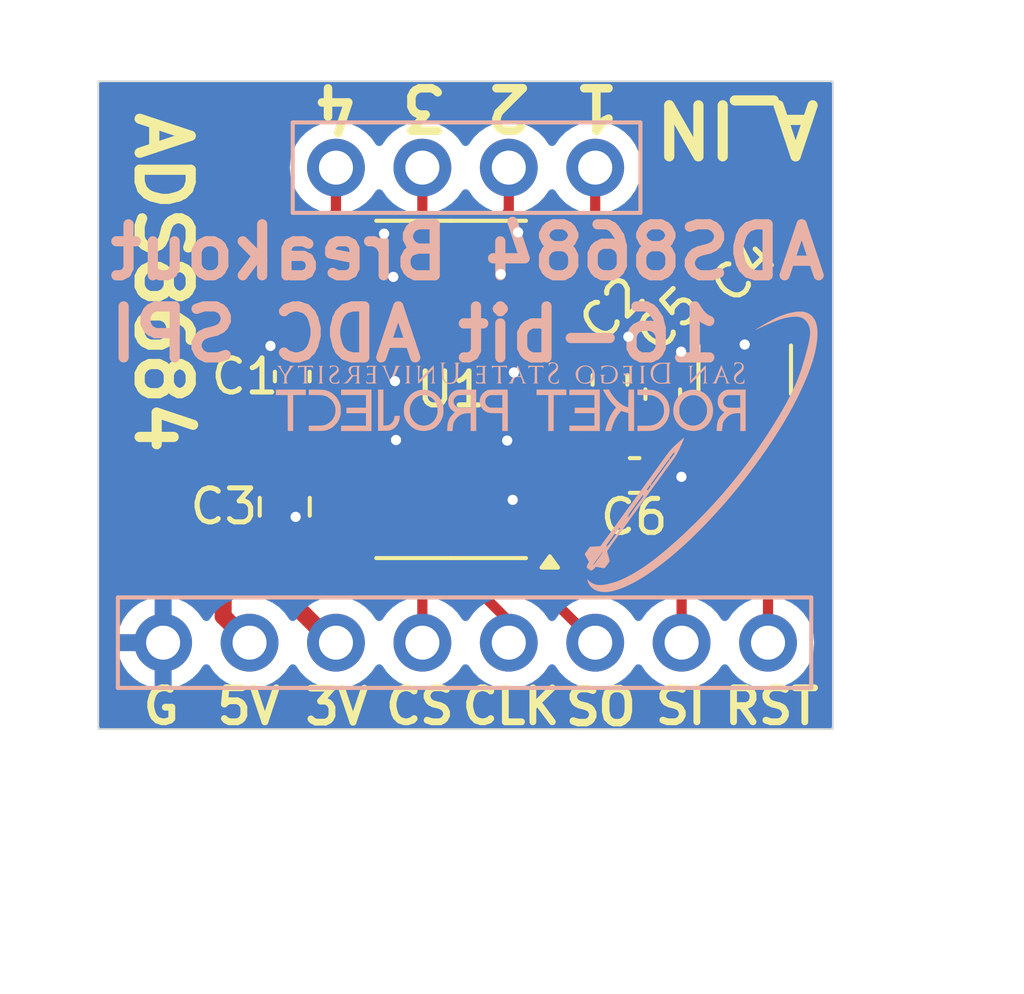
<source format=kicad_pcb>
(kicad_pcb (version 20240108) (generator "pcbnew") (generator_version "8.0")
  (layers (0 "F.Cu" signal) (31 "B.Cu" power) (34 "B.Paste" user) (35 "F.Paste" user) (36 "B.SilkS" user "B.Silkscreen") (37 "F.SilkS" user "F.Silkscreen") (38 "B.Mask" user) (39 "F.Mask" user) (44 "Edge.Cuts" user))
  (net 0 "")
  (net 1 "+5V")
  (net 2 "GND")
  (net 3 "+3.3V")
  (net 4 "Net-(U1-REFCAP)")
  (net 5 "Net-(U1-REFIO)")
  (net 6 "AN_IN_2")
  (net 7 "AN_IN_3")
  (net 8 "AN_IN_0")
  (net 9 "AN_IN_1")
  (net 10 "ADC_RST")
  (net 11 "MISO")
  (net 12 "MOSI")
  (net 13 "ADC_CS")
  (net 14 "CLK")
  (footprint "Capacitor_SMD:C_0603_1608Metric" (layer "F.Cu") (at 41.99 34.6025 -90)
    (property "Reference" "C5" (at -2.2 -0.17 45) (layer "F.SilkS"))
    (property "Value" "1uF")
    (pad "1" smd roundrect (at -0.775 0 270) (size 0.9 0.95) (layers "F.Cu" "F.Paste" "F.Mask") (net 2 "GND"))
    (pad "2" smd roundrect (at 0.775 0 270) (size 0.9 0.95) (layers "F.Cu" "F.Paste" "F.Mask") (net 4 "Net-(U1-REFCAP)"))
  )
  (footprint "Capacitor_SMD:C_0603_1608Metric" (layer "F.Cu") (at 31.1 34.0825 -90)
    (property "Reference" "C1" (at 0 1.39 180) (layer "F.SilkS"))
    (property "Value" "1uF")
    (pad "1" smd roundrect (at -0.775 0 270) (size 0.9 0.95) (layers "F.Cu" "F.Paste" "F.Mask") (net 2 "GND"))
    (pad "2" smd roundrect (at 0.775 0 270) (size 0.9 0.95) (layers "F.Cu" "F.Paste" "F.Mask") (net 1 "+5V"))
  )
  (footprint "Capacitor_SMD:C_0603_1608Metric" (layer "F.Cu") (at 40.44 34.1825 -90)
    (property "Reference" "C2" (at -2.08 -0.07 45) (layer "F.SilkS"))
    (property "Value" "1uF")
    (pad "1" smd roundrect (at -0.775 0 270) (size 0.9 0.95) (layers "F.Cu" "F.Paste" "F.Mask") (net 2 "GND"))
    (pad "2" smd roundrect (at 0.775 0 270) (size 0.9 0.95) (layers "F.Cu" "F.Paste" "F.Mask") (net 1 "+5V"))
  )
  (footprint "Capacitor_SMD:C_1210_3225Metric" (layer "F.Cu") (at 44.4 33.8825 -90)
    (property "Reference" "C4" (at -2.91 0.03 45) (layer "F.SilkS"))
    (property "Value" "22uF")
    (pad "1" smd roundrect (at -1.475001 0 270) (size 1.15 2.7) (layers "F.Cu" "F.Paste" "F.Mask") (roundrect_rratio 0.217391) (net 2 "GND"))
    (pad "2" smd roundrect (at 1.475001 0 270) (size 1.15 2.7) (layers "F.Cu" "F.Paste" "F.Mask") (roundrect_rratio 0.217391) (net 4 "Net-(U1-REFCAP)"))
  )
  (footprint "Package_SO:TSSOP-38_4.4x9.7mm_P0.5mm" (layer "F.Cu") (at 35.77 34.4625 180)
    (property "Reference" "U1" (at 0 0 0) (layer "F.SilkS"))
    (property "Value" "ADS8684")
    (pad "1" smd roundrect (at -2.8625 -4.5 180) (size 1.475 0.3) (layers "F.Cu" "F.Paste" "F.Mask") (net 12 "MOSI"))
    (pad "2" smd roundrect (at -2.8625 -4 180) (size 1.475 0.3) (layers "F.Cu" "F.Paste" "F.Mask") (net 10 "ADC_RST"))
    (pad "3" smd roundrect (at -2.8625 -3.5 180) (size 1.475 0.3) (layers "F.Cu" "F.Paste" "F.Mask") (net 2 "GND"))
    (pad "4" smd roundrect (at -2.8625 -3 180) (size 1.475 0.3) (layers "F.Cu" "F.Paste" "F.Mask") (net 2 "GND"))
    (pad "5" smd roundrect (at -2.8625 -2.5 180) (size 1.475 0.3) (layers "F.Cu" "F.Paste" "F.Mask") (net 5 "Net-(U1-REFIO)"))
    (pad "6" smd roundrect (at -2.8625 -2 180) (size 1.475 0.3) (layers "F.Cu" "F.Paste" "F.Mask") (net 2 "GND"))
    (pad "7" smd roundrect (at -2.8625 -1.5 180) (size 1.475 0.3) (layers "F.Cu" "F.Paste" "F.Mask") (net 4 "Net-(U1-REFCAP)"))
    (pad "8" smd roundrect (at -2.8625 -1 180) (size 1.475 0.3) (layers "F.Cu" "F.Paste" "F.Mask") (net 2 "GND"))
    (pad "9" smd roundrect (at -2.8625 -0.5 180) (size 1.475 0.3) (layers "F.Cu" "F.Paste" "F.Mask") (net 1 "+5V"))
    (pad "10" smd roundrect (at -2.8625 0 180) (size 1.475 0.3) (layers "F.Cu" "F.Paste" "F.Mask"))
    (pad "11" smd roundrect (at -2.8625 0.5 180) (size 1.475 0.3) (layers "F.Cu" "F.Paste" "F.Mask") (net 2 "GND"))
    (pad "12" smd roundrect (at -2.8625 1 180) (size 1.475 0.3) (layers "F.Cu" "F.Paste" "F.Mask"))
    (pad "13" smd roundrect (at -2.8625 1.5 180) (size 1.475 0.3) (layers "F.Cu" "F.Paste" "F.Mask"))
    (pad "14" smd roundrect (at -2.8625 2 180) (size 1.475 0.3) (layers "F.Cu" "F.Paste" "F.Mask"))
    (pad "15" smd roundrect (at -2.8625 2.5 180) (size 1.475 0.3) (layers "F.Cu" "F.Paste" "F.Mask"))
    (pad "16" smd roundrect (at -2.8625 3 180) (size 1.475 0.3) (layers "F.Cu" "F.Paste" "F.Mask") (net 8 "AN_IN_0"))
    (pad "17" smd roundrect (at -2.8625 3.5 180) (size 1.475 0.3) (layers "F.Cu" "F.Paste" "F.Mask") (net 2 "GND"))
    (pad "18" smd roundrect (at -2.8625 4 180) (size 1.475 0.3) (layers "F.Cu" "F.Paste" "F.Mask") (net 9 "AN_IN_1"))
    (pad "19" smd roundrect (at -2.8625 4.5 180) (size 1.475 0.3) (layers "F.Cu" "F.Paste" "F.Mask") (net 2 "GND"))
    (pad "20" smd roundrect (at 2.8625 4.5 180) (size 1.475 0.3) (layers "F.Cu" "F.Paste" "F.Mask") (net 2 "GND"))
    (pad "21" smd roundrect (at 2.8625 4 180) (size 1.475 0.3) (layers "F.Cu" "F.Paste" "F.Mask") (net 6 "AN_IN_2"))
    (pad "22" smd roundrect (at 2.8625 3.5 180) (size 1.475 0.3) (layers "F.Cu" "F.Paste" "F.Mask") (net 2 "GND"))
    (pad "23" smd roundrect (at 2.8625 3 180) (size 1.475 0.3) (layers "F.Cu" "F.Paste" "F.Mask") (net 7 "AN_IN_3"))
    (pad "24" smd roundrect (at 2.8625 2.5 180) (size 1.475 0.3) (layers "F.Cu" "F.Paste" "F.Mask"))
    (pad "25" smd roundrect (at 2.8625 2 180) (size 1.475 0.3) (layers "F.Cu" "F.Paste" "F.Mask"))
    (pad "26" smd roundrect (at 2.8625 1.5 180) (size 1.475 0.3) (layers "F.Cu" "F.Paste" "F.Mask"))
    (pad "27" smd roundrect (at 2.8625 1 180) (size 1.475 0.3) (layers "F.Cu" "F.Paste" "F.Mask"))
    (pad "28" smd roundrect (at 2.8625 0.5 180) (size 1.475 0.3) (layers "F.Cu" "F.Paste" "F.Mask") (net 2 "GND"))
    (pad "29" smd roundrect (at 2.8625 0 180) (size 1.475 0.3) (layers "F.Cu" "F.Paste" "F.Mask") (net 2 "GND"))
    (pad "30" smd roundrect (at 2.8625 -0.5 180) (size 1.475 0.3) (layers "F.Cu" "F.Paste" "F.Mask") (net 1 "+5V"))
    (pad "31" smd roundrect (at 2.8625 -1 180) (size 1.475 0.3) (layers "F.Cu" "F.Paste" "F.Mask") (net 2 "GND"))
    (pad "32" smd roundrect (at 2.8625 -1.5 180) (size 1.475 0.3) (layers "F.Cu" "F.Paste" "F.Mask") (net 2 "GND"))
    (pad "33" smd roundrect (at 2.8625 -2 180) (size 1.475 0.3) (layers "F.Cu" "F.Paste" "F.Mask") (net 2 "GND"))
    (pad "34" smd roundrect (at 2.8625 -2.5 180) (size 1.475 0.3) (layers "F.Cu" "F.Paste" "F.Mask") (net 3 "+3.3V"))
    (pad "35" smd roundrect (at 2.8625 -3 180) (size 1.475 0.3) (layers "F.Cu" "F.Paste" "F.Mask"))
    (pad "36" smd roundrect (at 2.8625 -3.5 180) (size 1.475 0.3) (layers "F.Cu" "F.Paste" "F.Mask") (net 11 "MISO"))
    (pad "37" smd roundrect (at 2.8625 -4 180) (size 1.475 0.3) (layers "F.Cu" "F.Paste" "F.Mask") (net 14 "CLK"))
    (pad "38" smd roundrect (at 2.8625 -4.5 180) (size 1.475 0.3) (layers "F.Cu" "F.Paste" "F.Mask") (net 13 "ADC_CS"))
  )
  (footprint "Capacitor_SMD:C_0603_1608Metric" (layer "F.Cu") (at 41.165 36.9925)
    (property "Reference" "C6" (at -0.015 1.22 0) (layer "F.SilkS"))
    (property "Value" "10uF")
    (pad "1" smd roundrect (at -0.775 0) (size 0.9 0.95) (layers "F.Cu" "F.Paste" "F.Mask") (net 5 "Net-(U1-REFIO)"))
    (pad "2" smd roundrect (at 0.775 0) (size 0.9 0.95) (layers "F.Cu" "F.Paste" "F.Mask") (net 2 "GND"))
  )
  (footprint "Capacitor_SMD:C_0805_2012Metric" (layer "F.Cu") (at 30.88 37.912499 90)
    (property "Reference" "C3" (at 0.009999 -1.79 180) (layer "F.SilkS"))
    (property "Value" "10uF")
    (pad "1" smd roundrect (at -0.949999 0 90) (size 1 1.45) (layers "F.Cu" "F.Paste" "F.Mask") (net 2 "GND"))
    (pad "2" smd roundrect (at 0.949999 0 90) (size 1 1.45) (layers "F.Cu" "F.Paste" "F.Mask") (net 3 "+3.3V"))
  )
  (footprint "LOGO:RP_Logo" (layer "B.Cu") (at 38.58 36.3 180)
    (property "Reference" "G***" (hide yes))
    (property "Value" "LOGO" (hide yes))
  )
  (footprint "Connector_PinHeader_2.54mm:PinHeader_1x08_P2.54mm_Vertical" (layer "B.Cu") (at 36.195 41.91 90)
    (property "Reference" "J2" (hide yes))
    (property "Value" "IO_PINS")
    (pad "1" thru_hole circle (at 0 8.89 90) (size 1.7 1.7) (drill 1) (layers "*.Cu" "*.Mask") (net 10 "ADC_RST"))
    (pad "2" thru_hole oval (at 0 6.35 90) (size 1.7 1.7) (drill 1) (layers "*.Cu" "*.Mask") (net 12 "MOSI"))
    (pad "3" thru_hole oval (at 0 3.810001 90) (size 1.7 1.7) (drill 1) (layers "*.Cu" "*.Mask") (net 11 "MISO"))
    (pad "4" thru_hole oval (at 0 1.27 90) (size 1.7 1.7) (drill 1) (layers "*.Cu" "*.Mask") (net 14 "CLK"))
    (pad "5" thru_hole oval (at 0 -1.27 90) (size 1.7 1.7) (drill 1) (layers "*.Cu" "*.Mask") (net 13 "ADC_CS"))
    (pad "6" thru_hole oval (at 0 -3.81 90) (size 1.7 1.7) (drill 1) (layers "*.Cu" "*.Mask") (net 3 "+3.3V"))
    (pad "7" thru_hole oval (at 0 -6.35 90) (size 1.7 1.7) (drill 1) (layers "*.Cu" "*.Mask") (net 1 "+5V"))
    (pad "8" thru_hole oval (at 0 -8.890001 90) (size 1.7 1.7) (drill 1) (layers "*.Cu" "*.Mask") (net 2 "GND"))
  )
  (footprint "Connector_PinHeader_2.54mm:PinHeader_1x04_P2.54mm_Vertical" (layer "B.Cu") (at 36.195 27.94 -90)
    (property "Reference" "J1" (hide yes))
    (property "Value" "AN_IN")
    (pad "1" thru_hole circle (at 0 3.81 270) (size 1.7 1.7) (drill 1) (layers "*.Cu" "*.Mask") (net 7 "AN_IN_3"))
    (pad "2" thru_hole oval (at 0 1.270001 270) (size 1.7 1.7) (drill 1) (layers "*.Cu" "*.Mask") (net 6 "AN_IN_2"))
    (pad "3" thru_hole oval (at 0 -1.269999 270) (size 1.7 1.7) (drill 1) (layers "*.Cu" "*.Mask") (net 9 "AN_IN_1"))
    (pad "4" thru_hole oval (at 0 -3.81 270) (size 1.7 1.7) (drill 1) (layers "*.Cu" "*.Mask") (net 8 "AN_IN_0"))
  )
  (gr_rect (start 25.4 25.4) (end 46.99 44.45) (stroke (width 0.05)) (fill none) (layer "Edge.Cuts"))
  (gr_text "ADS8684 Breakout\n16-bit ADC SPI" (at 25.59 33.72 0) (layer "B.SilkS") (effects (font (size 1.5 1.5) (thickness 0.3) (bold yes)) (justify right bottom mirror)))
  (gr_text "RST" (at 45.19 44.37 0) (layer "F.SilkS") (effects (font (size 1 1) (thickness 0.2) (bold yes)) (justify bottom)))
  (gr_text "G" (at 27.25 44.37 0) (layer "F.SilkS") (effects (font (size 1 1) (thickness 0.2) (bold yes)) (justify bottom)))
  (gr_text "SO" (at 40.170473 44.3949 0) (layer "F.SilkS") (effects (font (size 1 1) (thickness 0.22) (bold yes)) (justify bottom)))
  (gr_text "5V" (at 29.82 44.37 0) (layer "F.SilkS") (effects (font (size 1 1) (thickness 0.2) (bold yes)) (justify bottom)))
  (gr_text "4" (at 32.39 25.44 180) (layer "F.SilkS") (effects (font (size 1.25 1.25) (thickness 0.25) (bold yes)) (justify bottom)))
  (gr_text "ADS8684" (at 26.416 26.162 -90) (layer "F.SilkS") (effects (font (size 1.5 1.5) (thickness 0.3) (bold yes)) (justify left bottom)))
  (gr_text "A_IN" (at 46.736 25.908 180) (layer "F.SilkS") (effects (font (size 1.5 1.5) (thickness 0.3) (bold yes)) (justify left bottom)))
  (gr_text "3" (at 34.96 25.44 180) (layer "F.SilkS") (effects (font (size 1.25 1.25) (thickness 0.25) (bold yes)) (justify bottom)))
  (gr_text "SI" (at 42.516662 44.37 0) (layer "F.SilkS") (effects (font (size 1 1) (thickness 0.2) (bold yes)) (justify bottom)))
  (gr_text "3V" (at 32.41 44.38 0) (layer "F.SilkS") (effects (font (size 1 1) (thickness 0.2) (bold yes)) (justify bottom)))
  (gr_text "1" (at 40.04 25.44 180) (layer "F.SilkS") (effects (font (size 1.25 1.25) (thickness 0.25) (bold yes)) (justify bottom)))
  (gr_text "CLK" (at 37.53 44.37 0) (layer "F.SilkS") (effects (font (size 1 1) (thickness 0.2) (bold yes)) (justify bottom)))
  (gr_text "CS" (at 34.85 44.37 0) (layer "F.SilkS") (effects (font (size 1 1) (thickness 0.2) (bold yes)) (justify bottom)))
  (gr_text "2" (at 37.46 25.44 180) (layer "F.SilkS") (effects (font (size 1.25 1.25) (thickness 0.25) (bold yes)) (justify bottom)))
  (segment (start 32.9075 34.9625) (end 40.435 34.9625) (width 0.3) (layer "F.Cu") (net 1))
  (segment (start 31.1 34.8575) (end 31.205 34.9625) (width 0.3) (layer "F.Cu") (net 1))
  (segment (start 29.07 36.35) (end 30.5625 34.8575) (width 0.5) (layer "F.Cu") (net 1))
  (segment (start 31.205 34.9625) (end 32.9075 34.9625) (width 0.3) (layer "F.Cu") (net 1))
  (segment (start 40.435 34.9625) (end 40.44 34.9575) (width 0.3) (layer "F.Cu") (net 1))
  (segment (start 30.5625 34.8575) (end 31.1 34.8575) (width 0.5) (layer "F.Cu") (net 1))
  (segment (start 29.845 41.91) (end 29.07 41.135) (width 0.5) (layer "F.Cu") (net 1))
  (segment (start 29.07 41.135) (end 29.07 36.35) (width 0.5) (layer "F.Cu") (net 1))
  (segment (start 34.15 35.95) (end 34.1375 35.9625) (width 0.3) (layer "F.Cu") (net 2))
  (segment (start 37.618 36.166628) (end 37.618 36.185382) (width 0.3) (layer "F.Cu") (net 2))
  (segment (start 37.23 31.0725) (end 37.34 30.9625) (width 0.3) (layer "F.Cu") (net 2))
  (segment (start 38.6325 33.9625) (end 37.616027 33.9625) (width 0.3) (layer "F.Cu") (net 2))
  (segment (start 37.86 29.9625) (end 37.74 29.8425) (width 0.3) (layer "F.Cu") (net 2))
  (segment (start 42.5 36.9925) (end 42.54 37.0325) (width 0.5) (layer "F.Cu") (net 2))
  (segment (start 41.99 33.8275) (end 42.055 33.8275) (width 0.5) (layer "F.Cu") (net 2))
  (segment (start 37.8325 37.9625) (end 38.6325 37.9625) (width 0.3) (layer "F.Cu") (net 2))
  (segment (start 37.34 30.9625) (end 38.6325 30.9625) (width 0.3) (layer "F.Cu") (net 2))
  (segment (start 34.070813 31.152111) (end 33.881202 30.9625) (width 0.3) (layer "F.Cu") (net 2))
  (segment (start 34.15 35.95) (end 33.6625 35.4625) (width 0.3) (layer "F.Cu") (net 2))
  (segment (start 33.8775 34.4625) (end 34.12 34.22) (width 0.3) (layer "F.Cu") (net 2))
  (segment (start 33.6625 35.4625) (end 32.9075 35.4625) (width 0.3) (layer "F.Cu") (net 2))
  (segment (start 40.485 33.4075) (end 40.98 32.9125) (width 0.5) (layer "F.Cu") (net 2))
  (segment (start 33.8625 33.9625) (end 34.12 34.22) (width 0.3) (layer "F.Cu") (net 2))
  (segment (start 33.72 29.9625) (end 33.8 29.8825) (width 0.3) (layer "F.Cu") (net 2))
  (segment (start 31.2 38.542498) (end 30.88 38.862498) (width 0.5) (layer "F.Cu") (net 2))
  (segment (start 38.6325 29.9625) (end 37.86 29.9625) (width 0.3) (layer "F.Cu") (net 2))
  (segment (start 31.2 38.21) (end 31.2 38.542498) (width 0.5) (layer "F.Cu") (net 2))
  (segment (start 44.4 32.407499) (end 44.4 33.1425) (width 0.5) (layer "F.Cu") (net 2))
  (segment (start 34.1375 35.9625) (end 32.9075 35.9625) (width 0.3) (layer "F.Cu") (net 2))
  (segment (start 33.6375 36.4625) (end 32.9075 36.4625) (width 0.3) (layer "F.Cu") (net 2))
  (segment (start 32.9075 33.9625) (end 33.8625 33.9625) (width 0.3) (layer "F.Cu") (net 2))
  (segment (start 37.895118 36.4625) (end 38.6325 36.4625) (width 0.3) (layer "F.Cu") (net 2))
  (segment (start 32.9075 29.9625) (end 33.72 29.9625) (width 0.3) (layer "F.Cu") (net 2))
  (segment (start 33.881202 30.9625) (end 32.9075 30.9625) (width 0.3) (layer "F.Cu") (net 2))
  (segment (start 40.44 33.4075) (end 40.485 33.4075) (width 0.5) (layer "F.Cu") (net 2))
  (segment (start 37.616027 33.9625) (end 37.616026 33.962501) (width 0.3) (layer "F.Cu") (net 2))
  (segment (start 37.618 35.76663) (end 37.618 35.739618) (width 0.3) (layer "F.Cu") (net 2))
  (segment (start 30.585 33.3075) (end 30.46 33.1825) (width 0.5) (layer "F.Cu") (net 2))
  (segment (start 37.618 36.185382) (end 37.895118 36.4625) (width 0.3) (layer "F.Cu") (net 2))
  (segment (start 37.418001 35.966629) (end 37.618 36.166628) (width 0.3) (layer "F.Cu") (net 2))
  (segment (start 37.418001 35.966629) (end 37.618 35.76663) (width 0.3) (layer "F.Cu") (net 2))
  (segment (start 34.15 35.95) (end 33.6375 36.4625) (width 0.3) (layer "F.Cu") (net 2))
  (segment (start 37.895118 35.4625) (end 38.6325 35.4625) (width 0.3) (layer "F.Cu") (net 2))
  (segment (start 37.618 35.739618) (end 37.895118 35.4625) (width 0.3) (layer "F.Cu") (net 2))
  (segment (start 31.1 33.3075) (end 30.585 33.3075) (width 0.5) (layer "F.Cu") (net 2))
  (segment (start 37.58 37.71) (end 37.8325 37.9625) (width 0.3) (layer "F.Cu") (net 2))
  (segment (start 37.8275 37.4625) (end 38.6325 37.4625) (width 0.3) (layer "F.Cu") (net 2))
  (segment (start 42.055 33.8275) (end 42.53 33.3525) (width 0.5) (layer "F.Cu") (net 2))
  (segment (start 41.94 36.9925) (end 42.5 36.9925) (width 0.5) (layer "F.Cu") (net 2))
  (segment (start 32.9075 34.4625) (end 33.8775 34.4625) (width 0.3) (layer "F.Cu") (net 2))
  (segment (start 37.58 37.71) (end 37.8275 37.4625) (width 0.3) (layer "F.Cu") (net 2))
  (via (at 44.4 33.1425) (size 0.7) (drill 0.3) (layers "F.Cu" "B.Cu") (net 2))
  (via (at 37.23 31.0725) (size 0.7) (drill 0.3) (layers "F.Cu" "B.Cu") (net 2))
  (via (at 30.46 33.1825) (size 0.7) (drill 0.3) (layers "F.Cu" "B.Cu") (net 2))
  (via (at 42.54 37.0325) (size 0.7) (drill 0.3) (layers "F.Cu" "B.Cu") (net 2))
  (via (at 37.616026 33.962501) (size 0.7) (drill 0.3) (layers "F.Cu" "B.Cu") (net 2))
  (via (at 37.418001 35.966629) (size 0.7) (drill 0.3) (layers "F.Cu" "B.Cu") (net 2))
  (via (at 37.58 37.71) (size 0.7) (drill 0.3) (layers "F.Cu" "B.Cu") (net 2))
  (via (at 34.15 35.95) (size 0.7) (drill 0.3) (layers "F.Cu" "B.Cu") (net 2))
  (via (at 34.070813 31.152111) (size 0.7) (drill 0.3) (layers "F.Cu" "B.Cu") (net 2))
  (via (at 37.74 29.8425) (size 0.7) (drill 0.3) (layers "F.Cu" "B.Cu") (net 2))
  (via (at 33.8 29.8825) (size 0.7) (drill 0.3) (layers "F.Cu" "B.Cu") (net 2))
  (via (at 34.12 34.22) (size 0.7) (drill 0.3) (layers "F.Cu" "B.Cu") (net 2))
  (via (at 42.53 33.3525) (size 0.7) (drill 0.3) (layers "F.Cu" "B.Cu") (net 2))
  (via (at 31.2 38.21) (size 0.7) (drill 0.3) (layers "F.Cu" "B.Cu") (net 2))
  (via (at 40.98 32.9125) (size 0.7) (drill 0.3) (layers "F.Cu" "B.Cu") (net 2))
  (segment (start 29.778 39.418634) (end 29.778 38.0645) (width 0.5) (layer "F.Cu") (net 3))
  (segment (start 32.9075 36.9625) (end 30.88 36.9625) (width 0.3) (layer "F.Cu") (net 3))
  (segment (start 32.28 41.91) (end 30.6195 40.2495) (width 0.5) (layer "F.Cu") (net 3))
  (segment (start 30.6195 40.2495) (end 30.608866 40.2495) (width 0.5) (layer "F.Cu") (net 3))
  (segment (start 30.608866 40.2495) (end 29.778 39.418634) (width 0.5) (layer "F.Cu") (net 3))
  (segment (start 29.778 38.0645) (end 30.88 36.9625) (width 0.5) (layer "F.Cu") (net 3))
  (segment (start 32.385 41.91) (end 32.28 41.91) (width 0.5) (layer "F.Cu") (net 3))
  (segment (start 42.009999 35.357501) (end 41.99 35.3775) (width 0.5) (layer "F.Cu") (net 4))
  (segment (start 44.4 35.357501) (end 42.009999 35.357501) (width 0.5) (layer "F.Cu") (net 4))
  (segment (start 38.6325 35.9625) (end 41.405 35.9625) (width 0.3) (layer "F.Cu") (net 4))
  (segment (start 41.405 35.9625) (end 41.99 35.3775) (width 0.3) (layer "F.Cu") (net 4))
  (segment (start 40.39 36.9925) (end 38.6625 36.9925) (width 0.3) (layer "F.Cu") (net 5))
  (segment (start 38.6625 36.9925) (end 38.6325 36.9625) (width 0.3) (layer "F.Cu") (net 5))
  (segment (start 34.059712 30.5095) (end 34.924999 29.644213) (width 0.3) (layer "F.Cu") (net 6))
  (segment (start 32.9075 30.4625) (end 32.9545 30.5095) (width 0.3) (layer "F.Cu") (net 6))
  (segment (start 34.924999 29.644213) (end 34.924999 27.94) (width 0.3) (layer "F.Cu") (net 6))
  (segment (start 32.9545 30.5095) (end 34.059712 30.5095) (width 0.3) (layer "F.Cu") (net 6))
  (segment (start 32.385 29.247618) (end 32.385 27.94) (width 0.3) (layer "F.Cu") (net 7))
  (segment (start 31.893 29.739618) (end 32.385 29.247618) (width 0.3) (layer "F.Cu") (net 7))
  (segment (start 31.893 31.185382) (end 31.893 29.739618) (width 0.3) (layer "F.Cu") (net 7))
  (segment (start 32.170118 31.4625) (end 31.893 31.185382) (width 0.3) (layer "F.Cu") (net 7))
  (segment (start 32.9075 31.4625) (end 32.170118 31.4625) (width 0.3) (layer "F.Cu") (net 7))
  (segment (start 40.005 30.827382) (end 39.369882 31.4625) (width 0.3) (layer "F.Cu") (net 8))
  (segment (start 40.005 27.94) (end 40.005 30.827382) (width 0.3) (layer "F.Cu") (net 8))
  (segment (start 39.369882 31.4625) (end 38.6325 31.4625) (width 0.3) (layer "F.Cu") (net 8))
  (segment (start 37.113 30.102212) (end 37.113 29.582788) (width 0.3) (layer "F.Cu") (net 9))
  (segment (start 37.480288 30.4695) (end 37.113 30.102212) (width 0.3) (layer "F.Cu") (net 9))
  (segment (start 37.464999 29.230789) (end 37.464999 27.94) (width 0.3) (layer "F.Cu") (net 9))
  (segment (start 37.113 29.582788) (end 37.464999 29.230789) (width 0.3) (layer "F.Cu") (net 9))
  (segment (start 38.6255 30.4695) (end 37.480288 30.4695) (width 0.3) (layer "F.Cu") (net 9))
  (segment (start 38.6325 30.4625) (end 38.6255 30.4695) (width 0.3) (layer "F.Cu") (net 9))
  (segment (start 45.085 40.259) (end 45.085 41.91) (width 0.3) (layer "F.Cu") (net 10))
  (segment (start 43.2885 38.4625) (end 45.085 40.259) (width 0.3) (layer "F.Cu") (net 10))
  (segment (start 38.6325 38.4625) (end 43.2885 38.4625) (width 0.3) (layer "F.Cu") (net 10))
  (segment (start 36.057501 37.9625) (end 32.9075 37.9625) (width 0.3) (layer "F.Cu") (net 11))
  (segment (start 40.005001 41.91) (end 36.057501 37.9625) (width 0.3) (layer "F.Cu") (net 11))
  (segment (start 41.2485 38.9625) (end 38.6325 38.9625) (width 0.3) (layer "F.Cu") (net 12))
  (segment (start 42.545 40.259) (end 41.2485 38.9625) (width 0.3) (layer "F.Cu") (net 12))
  (segment (start 42.545 41.91) (end 42.545 40.259) (width 0.3) (layer "F.Cu") (net 12))
  (segment (start 34.925 39.645) (end 34.2425 38.9625) (width 0.3) (layer "F.Cu") (net 13))
  (segment (start 34.925 41.91) (end 34.925 39.645) (width 0.3) (layer "F.Cu") (net 13))
  (segment (start 34.2425 38.9625) (end 32.9075 38.9625) (width 0.3) (layer "F.Cu") (net 13))
  (segment (start 34.6525 38.4625) (end 32.9075 38.4625) (width 0.3) (layer "F.Cu") (net 14))
  (segment (start 37.465 41.91) (end 37.465 41.275) (width 0.3) (layer "F.Cu") (net 14))
  (segment (start 37.465 41.275) (end 34.6525 38.4625) (width 0.3) (layer "F.Cu") (net 14))
  (zone (net 2) (net_name "GND") (layer "B.Cu") (connect_pads (clearance 0.5)) (min_thickness 0.25) (fill yes (thermal_gap 0.5) (thermal_bridge_width 0.5))
    (polygon (pts (xy 51.79 51.48) (xy 22.51 52.26) (xy 23.47 23.74) (xy 52.62 23.01)))
  )
)
</source>
